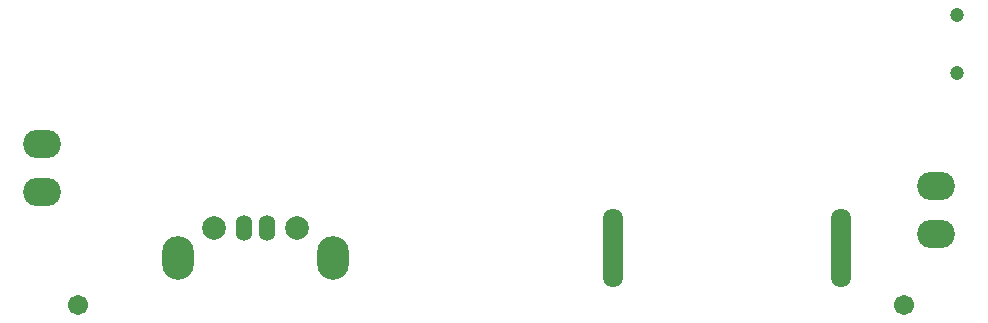
<source format=gts>
G04*
G04 #@! TF.GenerationSoftware,Altium Limited,Altium Designer,18.1.9 (240)*
G04*
G04 Layer_Color=8388736*
%FSLAX25Y25*%
%MOIN*%
G70*
G01*
G75*
%ADD12C,0.04737*%
%ADD13O,0.12611X0.09461*%
%ADD14C,0.06706*%
%ADD15O,0.06706X0.26391*%
%ADD16O,0.05524X0.08674*%
%ADD17C,0.07887*%
%ADD18O,0.10642X0.14580*%
%ADD19O,0.10642X0.14580*%
D12*
X342500Y97209D02*
D03*
Y116500D02*
D03*
D13*
X37500Y73543D02*
D03*
Y57543D02*
D03*
X335500Y59500D02*
D03*
Y43500D02*
D03*
D14*
X324803Y19685D02*
D03*
X49213D02*
D03*
D15*
X227748Y38620D02*
D03*
X303748D02*
D03*
D16*
X112500Y45500D02*
D03*
X104626Y45500D02*
D03*
D17*
X94784D02*
D03*
X122343D02*
D03*
D18*
X134429Y35461D02*
D03*
D19*
X82697D02*
D03*
M02*

</source>
